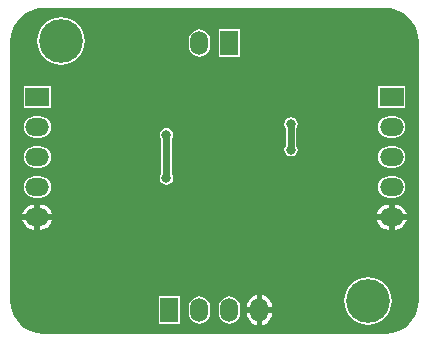
<source format=gbl>
G04*
G04 #@! TF.GenerationSoftware,Altium Limited,Altium Designer,21.2.1 (34)*
G04*
G04 Layer_Physical_Order=2*
G04 Layer_Color=16711680*
%FSLAX25Y25*%
%MOIN*%
G70*
G04*
G04 #@! TF.SameCoordinates,9466BED1-F6BD-4CF9-8920-6B0B1F58636F*
G04*
G04*
G04 #@! TF.FilePolarity,Positive*
G04*
G01*
G75*
%ADD11C,0.02362*%
%ADD37O,0.07874X0.05906*%
%ADD38R,0.07874X0.05906*%
%ADD39C,0.14567*%
%ADD40R,0.05906X0.07874*%
%ADD41O,0.05906X0.07874*%
%ADD42C,0.03150*%
G36*
X57087Y-813D02*
X58807Y-948D01*
X60485Y-1351D01*
X62080Y-2012D01*
X63551Y-2913D01*
X64863Y-4034D01*
X65984Y-5347D01*
X66886Y-6818D01*
X67546Y-8412D01*
X67949Y-10091D01*
X68085Y-11811D01*
X68085D01*
Y-98425D01*
X68085D01*
X67949Y-100146D01*
X67546Y-101824D01*
X66886Y-103418D01*
X65984Y-104890D01*
X64863Y-106202D01*
X63551Y-107323D01*
X62080Y-108224D01*
X60485Y-108885D01*
X58807Y-109288D01*
X57087Y-109423D01*
Y-109424D01*
X-57087D01*
Y-109423D01*
X-58807Y-109288D01*
X-60485Y-108885D01*
X-62080Y-108225D01*
X-63551Y-107323D01*
X-64863Y-106202D01*
X-65984Y-104890D01*
X-66886Y-103418D01*
X-67546Y-101824D01*
X-67949Y-100146D01*
X-68085Y-98425D01*
X-68085D01*
Y-11811D01*
X-68085D01*
X-67949Y-10091D01*
X-67546Y-8412D01*
X-66886Y-6818D01*
X-65984Y-5347D01*
X-64863Y-4034D01*
X-63551Y-2913D01*
X-62080Y-2012D01*
X-60485Y-1351D01*
X-58807Y-948D01*
X-57087Y-813D01*
Y-812D01*
X57087D01*
Y-813D01*
D02*
G37*
%LPC*%
G36*
X8553Y-7963D02*
X1447D01*
Y-17037D01*
X8553D01*
Y-7963D01*
D02*
G37*
G36*
X-5000Y-7932D02*
X-5928Y-8054D01*
X-6792Y-8412D01*
X-7534Y-8982D01*
X-8103Y-9724D01*
X-8461Y-10588D01*
X-8583Y-11516D01*
Y-13484D01*
X-8461Y-14412D01*
X-8103Y-15276D01*
X-7534Y-16018D01*
X-6792Y-16588D01*
X-5928Y-16946D01*
X-5000Y-17068D01*
X-4073Y-16946D01*
X-3208Y-16588D01*
X-2466Y-16018D01*
X-1897Y-15276D01*
X-1539Y-14412D01*
X-1417Y-13484D01*
Y-11516D01*
X-1539Y-10588D01*
X-1897Y-9724D01*
X-2466Y-8982D01*
X-3208Y-8412D01*
X-4073Y-8054D01*
X-5000Y-7932D01*
D02*
G37*
G36*
X-51181Y-3889D02*
X-52727Y-4042D01*
X-54213Y-4492D01*
X-55582Y-5224D01*
X-56783Y-6210D01*
X-57768Y-7410D01*
X-58500Y-8780D01*
X-58951Y-10266D01*
X-59103Y-11811D01*
X-58951Y-13356D01*
X-58500Y-14842D01*
X-57768Y-16212D01*
X-56783Y-17412D01*
X-55582Y-18398D01*
X-54213Y-19130D01*
X-52727Y-19580D01*
X-51181Y-19733D01*
X-49636Y-19580D01*
X-48150Y-19130D01*
X-46780Y-18398D01*
X-45580Y-17412D01*
X-44594Y-16212D01*
X-43863Y-14842D01*
X-43412Y-13356D01*
X-43260Y-11811D01*
X-43412Y-10266D01*
X-43863Y-8780D01*
X-44594Y-7410D01*
X-45580Y-6210D01*
X-46780Y-5224D01*
X-48150Y-4492D01*
X-49636Y-4042D01*
X-51181Y-3889D01*
D02*
G37*
G36*
X63592Y-26947D02*
X54518D01*
Y-34053D01*
X63592D01*
Y-26947D01*
D02*
G37*
G36*
X-54518D02*
X-63592D01*
Y-34053D01*
X-54518D01*
Y-26947D01*
D02*
G37*
G36*
X60039Y-36917D02*
X58071D01*
X57143Y-37039D01*
X56279Y-37397D01*
X55537Y-37966D01*
X54967Y-38708D01*
X54610Y-39573D01*
X54488Y-40500D01*
X54610Y-41427D01*
X54967Y-42292D01*
X55537Y-43034D01*
X56279Y-43603D01*
X57143Y-43961D01*
X58071Y-44083D01*
X60039D01*
X60967Y-43961D01*
X61831Y-43603D01*
X62573Y-43034D01*
X63143Y-42292D01*
X63501Y-41427D01*
X63623Y-40500D01*
X63501Y-39573D01*
X63143Y-38708D01*
X62573Y-37966D01*
X61831Y-37397D01*
X60967Y-37039D01*
X60039Y-36917D01*
D02*
G37*
G36*
X-58071D02*
X-60039D01*
X-60967Y-37039D01*
X-61831Y-37397D01*
X-62573Y-37966D01*
X-63143Y-38708D01*
X-63501Y-39573D01*
X-63623Y-40500D01*
X-63501Y-41427D01*
X-63143Y-42292D01*
X-62573Y-43034D01*
X-61831Y-43603D01*
X-60967Y-43961D01*
X-60039Y-44083D01*
X-58071D01*
X-57143Y-43961D01*
X-56279Y-43603D01*
X-55537Y-43034D01*
X-54967Y-42292D01*
X-54610Y-41427D01*
X-54488Y-40500D01*
X-54610Y-39573D01*
X-54967Y-38708D01*
X-55537Y-37966D01*
X-56279Y-37397D01*
X-57143Y-37039D01*
X-58071Y-36917D01*
D02*
G37*
G36*
X25500Y-37283D02*
X24651Y-37451D01*
X23932Y-37932D01*
X23451Y-38651D01*
X23283Y-39500D01*
X23451Y-40349D01*
X23684Y-40697D01*
Y-46803D01*
X23451Y-47151D01*
X23283Y-48000D01*
X23451Y-48849D01*
X23932Y-49568D01*
X24651Y-50049D01*
X25500Y-50217D01*
X26349Y-50049D01*
X27068Y-49568D01*
X27549Y-48849D01*
X27717Y-48000D01*
X27549Y-47151D01*
X27316Y-46803D01*
Y-40697D01*
X27549Y-40349D01*
X27717Y-39500D01*
X27549Y-38651D01*
X27068Y-37932D01*
X26349Y-37451D01*
X25500Y-37283D01*
D02*
G37*
G36*
X60039Y-46917D02*
X58071D01*
X57143Y-47039D01*
X56279Y-47397D01*
X55537Y-47966D01*
X54967Y-48708D01*
X54610Y-49573D01*
X54488Y-50500D01*
X54610Y-51427D01*
X54967Y-52292D01*
X55537Y-53034D01*
X56279Y-53603D01*
X57143Y-53961D01*
X58071Y-54083D01*
X60039D01*
X60967Y-53961D01*
X61831Y-53603D01*
X62573Y-53034D01*
X63143Y-52292D01*
X63501Y-51427D01*
X63623Y-50500D01*
X63501Y-49573D01*
X63143Y-48708D01*
X62573Y-47966D01*
X61831Y-47397D01*
X60967Y-47039D01*
X60039Y-46917D01*
D02*
G37*
G36*
X-58071D02*
X-60039D01*
X-60967Y-47039D01*
X-61831Y-47397D01*
X-62573Y-47966D01*
X-63143Y-48708D01*
X-63501Y-49573D01*
X-63623Y-50500D01*
X-63501Y-51427D01*
X-63143Y-52292D01*
X-62573Y-53034D01*
X-61831Y-53603D01*
X-60967Y-53961D01*
X-60039Y-54083D01*
X-58071D01*
X-57143Y-53961D01*
X-56279Y-53603D01*
X-55537Y-53034D01*
X-54967Y-52292D01*
X-54610Y-51427D01*
X-54488Y-50500D01*
X-54610Y-49573D01*
X-54967Y-48708D01*
X-55537Y-47966D01*
X-56279Y-47397D01*
X-57143Y-47039D01*
X-58071Y-46917D01*
D02*
G37*
G36*
X-16000Y-40783D02*
X-16849Y-40951D01*
X-17568Y-41432D01*
X-18049Y-42151D01*
X-18217Y-43000D01*
X-18049Y-43849D01*
X-17816Y-44197D01*
Y-56303D01*
X-18049Y-56651D01*
X-18217Y-57500D01*
X-18049Y-58349D01*
X-17568Y-59068D01*
X-16849Y-59549D01*
X-16000Y-59717D01*
X-15151Y-59549D01*
X-14432Y-59068D01*
X-13951Y-58349D01*
X-13783Y-57500D01*
X-13951Y-56651D01*
X-14184Y-56303D01*
Y-44197D01*
X-13951Y-43849D01*
X-13783Y-43000D01*
X-13951Y-42151D01*
X-14432Y-41432D01*
X-15151Y-40951D01*
X-16000Y-40783D01*
D02*
G37*
G36*
X60039Y-56917D02*
X58071D01*
X57143Y-57039D01*
X56279Y-57397D01*
X55537Y-57966D01*
X54967Y-58708D01*
X54610Y-59573D01*
X54488Y-60500D01*
X54610Y-61427D01*
X54967Y-62292D01*
X55537Y-63034D01*
X56279Y-63603D01*
X57143Y-63961D01*
X58071Y-64083D01*
X60039D01*
X60967Y-63961D01*
X61831Y-63603D01*
X62573Y-63034D01*
X63143Y-62292D01*
X63501Y-61427D01*
X63623Y-60500D01*
X63501Y-59573D01*
X63143Y-58708D01*
X62573Y-57966D01*
X61831Y-57397D01*
X60967Y-57039D01*
X60039Y-56917D01*
D02*
G37*
G36*
X-58071D02*
X-60039D01*
X-60967Y-57039D01*
X-61831Y-57397D01*
X-62573Y-57966D01*
X-63143Y-58708D01*
X-63501Y-59573D01*
X-63623Y-60500D01*
X-63501Y-61427D01*
X-63143Y-62292D01*
X-62573Y-63034D01*
X-61831Y-63603D01*
X-60967Y-63961D01*
X-60039Y-64083D01*
X-58071D01*
X-57143Y-63961D01*
X-56279Y-63603D01*
X-55537Y-63034D01*
X-54967Y-62292D01*
X-54610Y-61427D01*
X-54488Y-60500D01*
X-54610Y-59573D01*
X-54967Y-58708D01*
X-55537Y-57966D01*
X-56279Y-57397D01*
X-57143Y-57039D01*
X-58071Y-56917D01*
D02*
G37*
G36*
X60039Y-66330D02*
Y-69516D01*
X64079D01*
X64067Y-69421D01*
X63650Y-68415D01*
X62988Y-67552D01*
X62124Y-66889D01*
X61119Y-66473D01*
X60039Y-66330D01*
D02*
G37*
G36*
X-58071D02*
Y-69516D01*
X-54031D01*
X-54043Y-69421D01*
X-54460Y-68415D01*
X-55123Y-67552D01*
X-55986Y-66889D01*
X-56992Y-66473D01*
X-58071Y-66330D01*
D02*
G37*
G36*
X58071D02*
X58071D01*
X56992Y-66473D01*
X55986Y-66889D01*
X55123Y-67552D01*
X54460Y-68415D01*
X54043Y-69421D01*
X54031Y-69516D01*
X58071D01*
Y-66330D01*
D02*
G37*
G36*
X-60039D02*
X-60039D01*
X-61119Y-66473D01*
X-62124Y-66889D01*
X-62988Y-67552D01*
X-63650Y-68415D01*
X-64067Y-69421D01*
X-64079Y-69516D01*
X-60039D01*
Y-66330D01*
D02*
G37*
G36*
X64079Y-71484D02*
X60039D01*
Y-74669D01*
X61119Y-74527D01*
X62124Y-74111D01*
X62988Y-73448D01*
X63650Y-72585D01*
X64067Y-71579D01*
X64079Y-71484D01*
D02*
G37*
G36*
X-54031D02*
X-58071D01*
Y-74669D01*
X-56992Y-74527D01*
X-55986Y-74111D01*
X-55123Y-73448D01*
X-54460Y-72585D01*
X-54043Y-71579D01*
X-54031Y-71484D01*
D02*
G37*
G36*
X58071D02*
X54031D01*
X54043Y-71579D01*
X54460Y-72585D01*
X55123Y-73448D01*
X55986Y-74111D01*
X56992Y-74527D01*
X58071Y-74669D01*
X58071D01*
Y-71484D01*
D02*
G37*
G36*
X-60039D02*
X-64079D01*
X-64067Y-71579D01*
X-63650Y-72585D01*
X-62988Y-73448D01*
X-62124Y-74111D01*
X-61119Y-74527D01*
X-60039Y-74669D01*
X-60039D01*
Y-71484D01*
D02*
G37*
G36*
X15984Y-96476D02*
Y-100516D01*
X19170D01*
Y-100516D01*
X19027Y-99437D01*
X18611Y-98431D01*
X17948Y-97567D01*
X17085Y-96905D01*
X16079Y-96488D01*
X15984Y-96476D01*
D02*
G37*
G36*
X14016D02*
X13921Y-96488D01*
X12915Y-96905D01*
X12052Y-97567D01*
X11389Y-98431D01*
X10972Y-99437D01*
X10830Y-100516D01*
Y-100516D01*
X14016D01*
Y-96476D01*
D02*
G37*
G36*
X-11447Y-96963D02*
X-18553D01*
Y-106037D01*
X-11447D01*
Y-96963D01*
D02*
G37*
G36*
X5000Y-96932D02*
X4073Y-97054D01*
X3208Y-97412D01*
X2466Y-97982D01*
X1897Y-98724D01*
X1539Y-99588D01*
X1417Y-100516D01*
Y-102484D01*
X1539Y-103412D01*
X1897Y-104276D01*
X2466Y-105018D01*
X3208Y-105588D01*
X4073Y-105946D01*
X5000Y-106068D01*
X5928Y-105946D01*
X6792Y-105588D01*
X7534Y-105018D01*
X8103Y-104276D01*
X8461Y-103412D01*
X8583Y-102484D01*
Y-100516D01*
X8461Y-99588D01*
X8103Y-98724D01*
X7534Y-97982D01*
X6792Y-97412D01*
X5928Y-97054D01*
X5000Y-96932D01*
D02*
G37*
G36*
X-5000D02*
X-5928Y-97054D01*
X-6792Y-97412D01*
X-7534Y-97982D01*
X-8103Y-98724D01*
X-8461Y-99588D01*
X-8583Y-100516D01*
Y-102484D01*
X-8461Y-103412D01*
X-8103Y-104276D01*
X-7534Y-105018D01*
X-6792Y-105588D01*
X-5928Y-105946D01*
X-5000Y-106068D01*
X-4073Y-105946D01*
X-3208Y-105588D01*
X-2466Y-105018D01*
X-1897Y-104276D01*
X-1539Y-103412D01*
X-1417Y-102484D01*
Y-100516D01*
X-1539Y-99588D01*
X-1897Y-98724D01*
X-2466Y-97982D01*
X-3208Y-97412D01*
X-4073Y-97054D01*
X-5000Y-96932D01*
D02*
G37*
G36*
X51181Y-90504D02*
X49636Y-90656D01*
X48150Y-91107D01*
X46780Y-91839D01*
X45580Y-92824D01*
X44594Y-94024D01*
X43863Y-95394D01*
X43412Y-96880D01*
X43260Y-98425D01*
X43412Y-99971D01*
X43863Y-101457D01*
X44594Y-102826D01*
X45580Y-104027D01*
X46780Y-105012D01*
X48150Y-105744D01*
X49636Y-106195D01*
X51181Y-106347D01*
X52727Y-106195D01*
X54213Y-105744D01*
X55582Y-105012D01*
X56783Y-104027D01*
X57768Y-102826D01*
X58500Y-101457D01*
X58951Y-99971D01*
X59103Y-98425D01*
X58951Y-96880D01*
X58500Y-95394D01*
X57768Y-94024D01*
X56783Y-92824D01*
X55582Y-91839D01*
X54213Y-91107D01*
X52727Y-90656D01*
X51181Y-90504D01*
D02*
G37*
G36*
X19170Y-102484D02*
X15984D01*
Y-106524D01*
X16079Y-106512D01*
X17085Y-106095D01*
X17948Y-105433D01*
X18611Y-104569D01*
X19027Y-103563D01*
X19170Y-102484D01*
Y-102484D01*
D02*
G37*
G36*
X14016D02*
X10830D01*
Y-102484D01*
X10972Y-103563D01*
X11389Y-104569D01*
X12052Y-105433D01*
X12915Y-106095D01*
X13921Y-106512D01*
X14016Y-106524D01*
Y-102484D01*
D02*
G37*
%LPD*%
D11*
X25500Y-48000D02*
Y-39500D01*
X-16000Y-57500D02*
Y-43000D01*
D37*
X59055Y-70500D02*
D03*
Y-60500D02*
D03*
Y-50500D02*
D03*
Y-40500D02*
D03*
X-59055Y-70500D02*
D03*
Y-60500D02*
D03*
Y-50500D02*
D03*
Y-40500D02*
D03*
D38*
X59055Y-30500D02*
D03*
X-59055D02*
D03*
D39*
X51181Y-98425D02*
D03*
X-51181Y-11811D02*
D03*
D40*
X-15000Y-101500D02*
D03*
X5000Y-12500D02*
D03*
D41*
X-5000Y-101500D02*
D03*
X5000D02*
D03*
X15000D02*
D03*
X-5000Y-12500D02*
D03*
D42*
X25500Y-39500D02*
D03*
X9000Y-34413D02*
D03*
X-16000Y-57500D02*
D03*
Y-43000D02*
D03*
X25500Y-48000D02*
D03*
X15500Y-57500D02*
D03*
X-27000Y-70000D02*
D03*
X33492Y-35500D02*
D03*
X-41787Y-35750D02*
D03*
X30500Y-12500D02*
D03*
M02*

</source>
